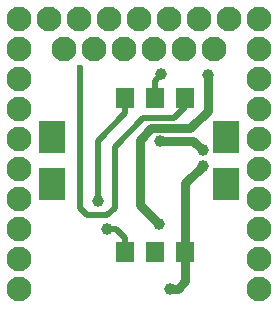
<source format=gbr>
G04 #@! TF.FileFunction,Copper,L2,Bot,Signal*
%FSLAX46Y46*%
G04 Gerber Fmt 4.6, Leading zero omitted, Abs format (unit mm)*
G04 Created by KiCad (PCBNEW 4.0.6) date 09/05/17 06:11:09*
%MOMM*%
%LPD*%
G01*
G04 APERTURE LIST*
%ADD10C,0.100000*%
%ADD11C,2.100000*%
%ADD12R,1.600000X1.800000*%
%ADD13R,2.200000X2.800000*%
%ADD14C,1.000000*%
%ADD15C,0.600000*%
%ADD16C,0.750000*%
%ADD17C,0.500000*%
G04 APERTURE END LIST*
D10*
D11*
X157761000Y-67845000D03*
X155221000Y-67845000D03*
X152681000Y-67845000D03*
X150141000Y-67845000D03*
X147601000Y-67845000D03*
X145061000Y-67845000D03*
D12*
X155331000Y-71945000D03*
X152791000Y-71945000D03*
X150251000Y-71945000D03*
X155331000Y-85045000D03*
X152791000Y-85045000D03*
X150251000Y-85045000D03*
D13*
X158781000Y-75245000D03*
X158781000Y-79245000D03*
X144081000Y-79245000D03*
X144081000Y-75245000D03*
D11*
X161571000Y-67845000D03*
X161571000Y-70385000D03*
X161571000Y-72925000D03*
X161571000Y-75465000D03*
X161571000Y-78005000D03*
X161571000Y-80545000D03*
X161571000Y-83085000D03*
X161571000Y-85625000D03*
X161571000Y-88165000D03*
X161571000Y-65305000D03*
X159031000Y-65305000D03*
X156491000Y-65305000D03*
X153951000Y-65305000D03*
X151411000Y-65305000D03*
X148871000Y-65305000D03*
X146331000Y-65305000D03*
X143791000Y-65305000D03*
X141251000Y-65305000D03*
X141251000Y-67845000D03*
X141251000Y-70385000D03*
X141251000Y-72925000D03*
X141251000Y-75465000D03*
X141251000Y-78005000D03*
X141251000Y-80545000D03*
X141251000Y-83085000D03*
X141251000Y-85625000D03*
X141251000Y-88165000D03*
D14*
X153191000Y-75635000D03*
X156801000Y-76405000D03*
X156801000Y-77735000D03*
X154061000Y-88175000D03*
X153071000Y-82605000D03*
X157241000Y-70045000D03*
X147911000Y-80735000D03*
X148741000Y-83045000D03*
X153301000Y-69985000D03*
D15*
X146421000Y-69405000D03*
D16*
X153191000Y-75635000D02*
X156021000Y-75635000D01*
X156021000Y-75635000D02*
X156801000Y-76415000D01*
X156801000Y-76415000D02*
X156801000Y-76405000D01*
X156801000Y-77735000D02*
X155331000Y-79205000D01*
X155331000Y-79205000D02*
X155331000Y-85045000D01*
X154671000Y-88165000D02*
X154071000Y-88165000D01*
X154071000Y-88165000D02*
X154061000Y-88175000D01*
X155331000Y-85045000D02*
X155331000Y-87505000D01*
X155331000Y-87505000D02*
X154671000Y-88165000D01*
X153071000Y-82605000D02*
X151461000Y-80995000D01*
X151461000Y-80995000D02*
X151461000Y-75515000D01*
X151461000Y-75515000D02*
X152441000Y-74535000D01*
X152441000Y-74535000D02*
X155741000Y-74535000D01*
X155741000Y-74535000D02*
X157241000Y-73035000D01*
X157241000Y-73035000D02*
X157241000Y-70045000D01*
D17*
X147911000Y-80735000D02*
X147911000Y-75625000D01*
X150251000Y-73285000D02*
X150251000Y-71945000D01*
X147911000Y-75625000D02*
X150251000Y-73285000D01*
X150251000Y-83795000D02*
X150251000Y-85045000D01*
X149501000Y-83045000D02*
X150251000Y-83795000D01*
X148741000Y-83045000D02*
X149501000Y-83045000D01*
X152791000Y-70495000D02*
X152791000Y-71945000D01*
X153301000Y-69985000D02*
X152791000Y-70495000D01*
X155331000Y-71945000D02*
X155331000Y-72735000D01*
X155331000Y-72735000D02*
X154391000Y-73675000D01*
X154391000Y-73675000D02*
X151751000Y-73675000D01*
X151751000Y-73675000D02*
X149336000Y-76090000D01*
X149336000Y-76090000D02*
X149336000Y-81280000D01*
X149336000Y-81280000D02*
X148711000Y-81905000D01*
X148711000Y-81905000D02*
X147011000Y-81905000D01*
X147011000Y-81905000D02*
X146421000Y-81315000D01*
X146421000Y-81315000D02*
X146421000Y-78105000D01*
X146421000Y-78105000D02*
X146421000Y-69405000D01*
M02*

</source>
